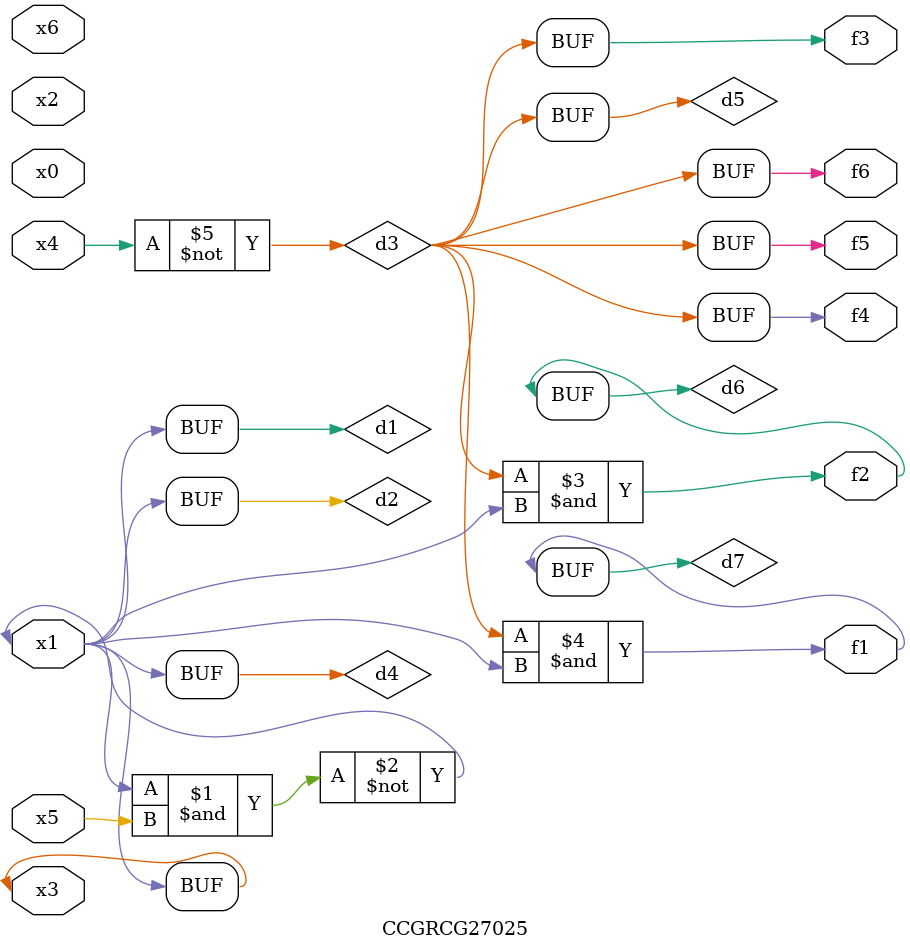
<source format=v>
module CCGRCG27025(
	input x0, x1, x2, x3, x4, x5, x6,
	output f1, f2, f3, f4, f5, f6
);

	wire d1, d2, d3, d4, d5, d6, d7;

	buf (d1, x1, x3);
	nand (d2, x1, x5);
	not (d3, x4);
	buf (d4, d1, d2);
	buf (d5, d3);
	and (d6, d3, d4);
	and (d7, d3, d4);
	assign f1 = d7;
	assign f2 = d6;
	assign f3 = d5;
	assign f4 = d5;
	assign f5 = d5;
	assign f6 = d5;
endmodule

</source>
